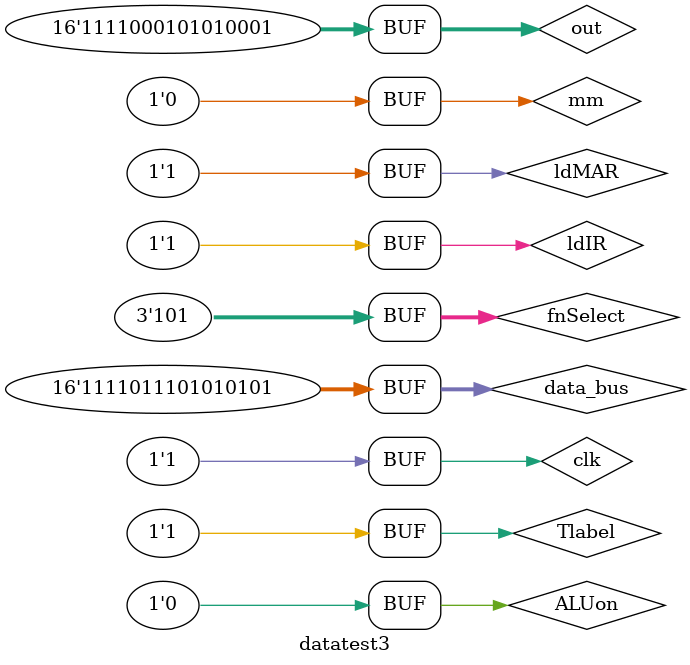
<source format=v>
`timescale 1ns / 1ps


module datatest3;

	// Inputs
	reg ldMAR;
	reg [15:0] data_bus;
	reg ldIR;
	reg Tlabel;
	reg clk;
	reg ALUon;
	reg [2:0] fnSelect;
	reg mm;
	reg [15:0] out;

	// Outputs
	wire [3:0] ir_1;
	wire [1:0] ir_2;
	wire [1:0] ir_3;
	wire [2:0] ir_4;
	wire [2:0] funct;

	// Instantiate the Unit Under Test (UUT)
	datapath uut (
		.ldMAR(ldMAR), 
		.data_bus(data_bus), 
		.ldIR(ldIR), 
		.Tlabel(Tlabel), 
		.clk(clk), 
		.ir_1(ir_1), 
		.ir_2(ir_2), 
		.ir_3(ir_3), 
		.ir_4(ir_4), 
		.ALUon(ALUon), 
		.fnSelect(fnSelect), 
		.funct(funct), 
		.mm(mm), 
		.out(out)
	);

	initial begin
		// Initialize Inputs
		ldMAR = 0;
		data_bus = 0;
		ldIR = 0;
		Tlabel = 0;
		clk = 0;
		ALUon = 0;
		fnSelect = 0;
		mm = 0;
		out = 0;

		// Wait 100 ns for global reset to finish
		#10;
		clk=0;
		#5
		clk=1;
		data_bus = 16'b1111000101010101;
		ldIR =1;
		Tlabel =0;
		ldMAR =0;
		ALUon =1;
		fnSelect = 3'b100;
		mm =1;
		out = 16'b1111000101010111;
		#5
		clk=0;
		#5
		clk=1;
		data_bus = 16'b1111011101010101;
		ldIR =1;
		Tlabel =1;
		ldMAR =1;
		ALUon =0;
		fnSelect = 3'b101;
		mm=0;
		out = 16'b1111000101010001;
		#5
		clk =0;
		#5
		clk=1;
        
		// Add stimulus here

	end
      
endmodule


</source>
